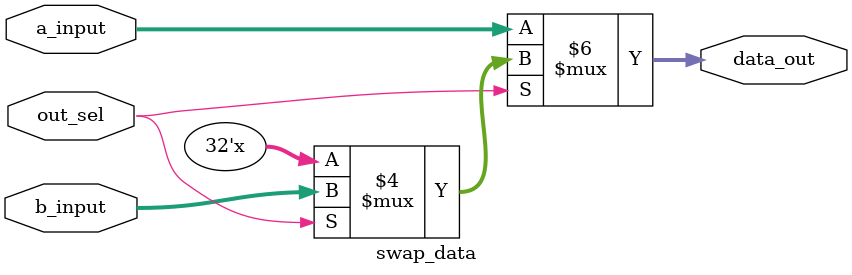
<source format=v>

`timescale 1ns/100ps

module swap_data(a_input,b_input, out_sel, data_out);

/**
* SWAP DATA REGISTER FILE - swap_data.v
*Inputs:	
*	-a_input (32bits): Data to be swapped from RS 
*	-b_input (32bits): Data to be swapped from RT
*	-out_sel 1 bit: choose which register to output to multiplexer. multiplexer inputs into rf
*		0 -> swap rs; 1-> swap rt
*OUTPUTS:
*	-data_out (32bits): Data chosen to be swapped
*/

input [31:0] a_input;
input [31:0] b_input;
input out_sel;

output [31:0] data_out;
reg [31:0] data_out;

always @ (a_input,b_input, out_sel)
begin
	if(out_sel == 1'b1)
	begin
		data_out <= b_input;
	end
	if(out_sel == 1'b0)
	begin
		data_out <= a_input;
	end
end

endmodule

</source>
